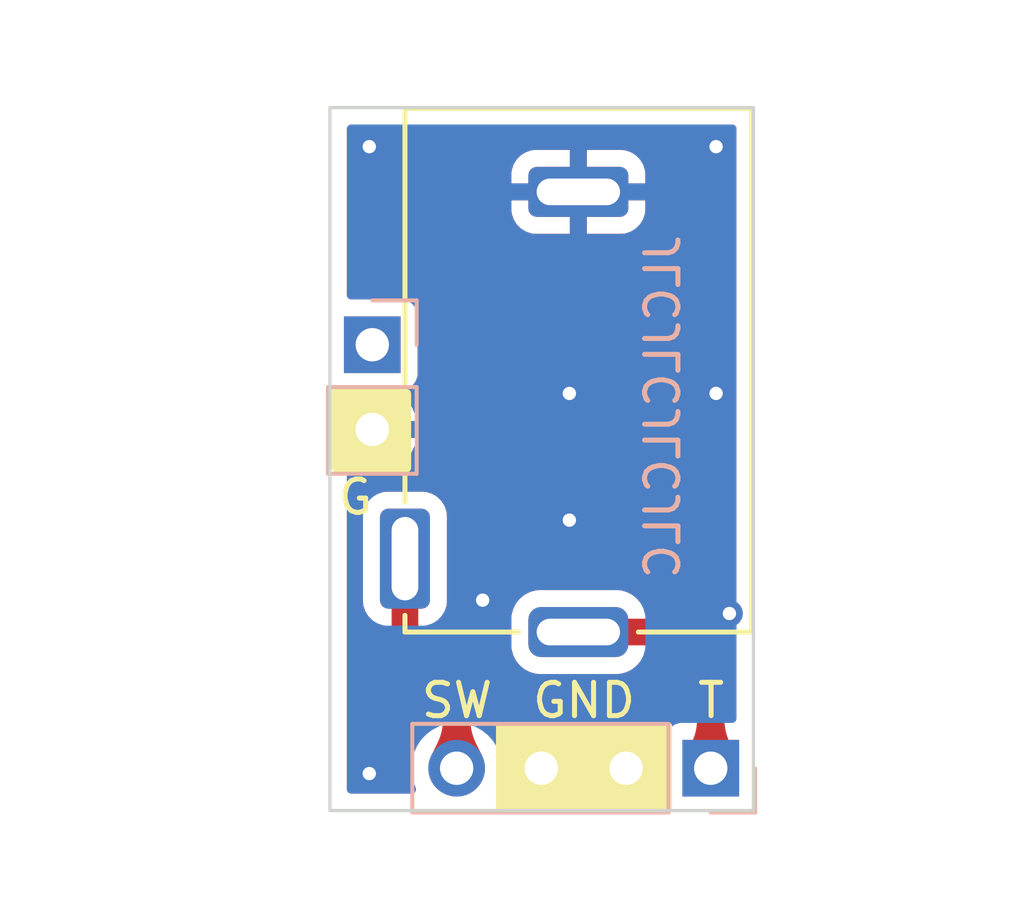
<source format=kicad_pcb>
(kicad_pcb (version 20221018) (generator pcbnew)
  (layers (0 "F.Cu" signal) (31 "B.Cu" signal) (34 "B.Paste" user) (35 "F.Paste" user) (36 "B.SilkS" user "B.Silkscreen") (37 "F.SilkS" user "F.Silkscreen") (38 "B.Mask" user) (39 "F.Mask" user) (44 "Edge.Cuts" user))
  (net 0 "")
  (net 1 "GND")
  (net 2 "/sw")
  (net 3 "Net-(J1-Pad3)")
  (footprint "Akiyuki_Footprint:PJ302M" (layer "F.Cu") (at 116.6695 46.256 -90)
    (fp_text reference "J1" hide)
    (fp_text value "PJ302M")
    (fp_line (start 0 -5.2) (end 0 5.2) (stroke (width 0.15)) (layer "F.SilkS"))
    (fp_line (start 0 5.2) (end 11.8 5.2) (stroke (width 0.15)) (layer "F.SilkS"))
    (fp_line (start 15.2 5.2) (end 15.7 5.2) (stroke (width 0.15)) (layer "F.SilkS"))
    (fp_line (start 15.7 -5.2) (end 0 -5.2) (stroke (width 0.15)) (layer "F.SilkS"))
    (fp_line (start 15.7 -1.8) (end 15.7 -5.2) (stroke (width 0.15)) (layer "F.SilkS"))
    (fp_line (start 15.7 5.2) (end 15.7 1.8) (stroke (width 0.15)) (layer "F.SilkS"))
    (pad "1" thru_hole roundrect (at 2.5 0 270) (size 1.5 3) (drill oval 0.8 2.5) (layers "*.Cu" "*.Mask") (roundrect_rratio 0.167) (net 1 "GND"))
    (pad "2" thru_hole roundrect (at 13.5 5.2) (size 1.5 3) (drill oval 0.8 2.5) (layers "*.Cu" "*.Mask") (roundrect_rratio 0.167) (net 2 "/sw"))
    (pad "3" thru_hole roundrect (at 15.7 0 270) (size 1.5 3) (drill oval 0.8 2.5) (layers "*.Cu" "*.Mask") (net 3 "Net-(J1-Pad3)"))
  )
  (footprint "Connector_PinHeader_2.54mm:PinHeader_1x02_P2.54mm_Vertical" (layer "B.Cu") (at 110.49 53.34 180)
    (fp_text reference "J3" hide)
    (fp_text value "Conn_01x02")
    (fp_line (start -1.33 -3.87) (end 1.33 -3.87) (stroke (width 0.12)) (layer "B.SilkS"))
    (fp_line (start -1.33 -1.27) (end -1.33 -3.87) (stroke (width 0.12)) (layer "B.SilkS"))
    (fp_line (start -1.33 -1.27) (end 1.33 -1.27) (stroke (width 0.12)) (layer "B.SilkS"))
    (fp_line (start -1.33 0) (end -1.33 1.33) (stroke (width 0.12)) (layer "B.SilkS"))
    (fp_line (start -1.33 1.33) (end 0 1.33) (stroke (width 0.12)) (layer "B.SilkS"))
    (fp_line (start 1.33 -1.27) (end 1.33 -3.87) (stroke (width 0.12)) (layer "B.SilkS"))
    (pad "1" thru_hole rect (at 0 0 180) (size 1.7 1.7) (drill 1) (layers "*.Cu" "*.Mask"))
    (pad "2" thru_hole oval (at 0 -2.54 180) (size 1.7 1.7) (drill 1) (layers "*.Cu" "*.Mask") (net 1 "GND"))
  )
  (footprint "Connector_PinHeader_2.54mm:PinHeader_1x04_P2.54mm_Vertical" (layer "B.Cu") (at 120.64 66.04 90)
    (fp_text reference "J2" hide)
    (fp_text value "Conn_01x04")
    (fp_line (start -1.33 -8.95) (end 1.33 -8.95) (stroke (width 0.12)) (layer "B.SilkS"))
    (fp_line (start -1.33 -1.27) (end -1.33 -8.95) (stroke (width 0.12)) (layer "B.SilkS"))
    (fp_line (start -1.33 -1.27) (end 1.33 -1.27) (stroke (width 0.12)) (layer "B.SilkS"))
    (fp_line (start -1.33 0) (end -1.33 1.33) (stroke (width 0.12)) (layer "B.SilkS"))
    (fp_line (start -1.33 1.33) (end 0 1.33) (stroke (width 0.12)) (layer "B.SilkS"))
    (fp_line (start 1.33 -1.27) (end 1.33 -8.95) (stroke (width 0.12)) (layer "B.SilkS"))
    (pad "1" thru_hole rect (at 0 0 90) (size 1.7 1.7) (drill 1) (layers "*.Cu" "*.Mask") (net 3 "Net-(J1-Pad3)"))
    (pad "2" thru_hole oval (at 0 -2.54 90) (size 1.7 1.7) (drill 1) (layers "*.Cu" "*.Mask") (net 1 "GND"))
    (pad "3" thru_hole oval (at 0 -5.08 90) (size 1.7 1.7) (drill 1) (layers "*.Cu" "*.Mask") (net 1 "GND"))
    (pad "4" thru_hole oval (at 0 -7.62 90) (size 1.7 1.7) (drill 1) (layers "*.Cu" "*.Mask") (net 2 "/sw"))
  )
  (gr_rect (start 109.4232 54.8132) (end 111.506 57.023) (stroke (width 0.3)) (fill solid) (layer "F.SilkS"))
  (gr_rect (start 114.3 64.77) (end 119.38 67.31) (stroke (width 0.2)) (fill solid) (layer "F.SilkS"))
  (gr_rect (start 109.22 46.228) (end 121.92 67.31) (stroke (width 0.1)) (fill none) (layer "Edge.Cuts"))
  (gr_text "JLCJLCJLCJLC" (at 119.2 55.2 90) (layer "B.SilkS") (effects (font (size 1 1)) (justify mirror)))
  (gr_text "SW" (at 113.03 64.008) (layer "F.SilkS") (effects (font (size 1 1))))
  (gr_text "G" (at 109.982 57.912) (layer "F.SilkS") (effects (font (size 1 1))))
  (gr_text "GND" (at 116.84 64.008) (layer "F.SilkS") (effects (font (size 1 1))))
  (gr_text "T" (at 120.65 64.008) (layer "F.SilkS") (effects (font (size 1 1))))
  (via (at 121.2 61.4) (size 0.8) (drill 0.4) (layers "F.Cu" "B.Cu") (net 1))
  (via (at 116.4 54.8) (size 0.8) (drill 0.4) (layers "F.Cu" "B.Cu") (net 1))
  (via (at 120.8 47.4) (size 0.8) (drill 0.4) (layers "F.Cu" "B.Cu") (net 1))
  (via (at 110.4 66.2) (size 0.8) (drill 0.4) (layers "F.Cu" "B.Cu") (net 1))
  (via (at 113.8 61) (size 0.8) (drill 0.4) (layers "F.Cu" "B.Cu") (net 1))
  (via (at 116.4 58.6) (size 0.8) (drill 0.4) (layers "F.Cu" "B.Cu") (net 1))
  (via (at 120.8 54.8) (size 0.8) (drill 0.4) (layers "F.Cu" "B.Cu") (net 1))
  (via (at 110.4 47.4) (size 0.8) (drill 0.4) (layers "F.Cu" "B.Cu") (net 1))
  (segment (start 113.02 63.82) (end 111.4695 62.2695) (width 0.8) (layer "F.Cu") (net 2))
  (segment (start 111.4695 62.2695) (end 111.4695 59.756) (width 0.8) (layer "F.Cu") (net 2))
  (segment (start 113.02 66.04) (end 113.02 63.82) (width 0.8) (layer "F.Cu") (net 2))
  (segment (start 119.356 61.956) (end 120.64 63.24) (width 0.8) (layer "F.Cu") (net 3))
  (segment (start 116.6695 61.956) (end 119.356 61.956) (width 0.8) (layer "F.Cu") (net 3))
  (segment (start 120.64 63.24) (end 120.64 66.04) (width 0.8) (layer "F.Cu") (net 3))
  (zone (net 2) (net_name "/sw") (layer "F.Cu") (priority 16962) (connect_pads yes (clearance 0)) (min_thickness 0.0254) (fill yes (thermal_gap 0.508) (thermal_bridge_width 0.508))
    (polygon (pts (xy 112.62 64.35) (xy 112.616314 64.539793) (xy 112.605273 64.702112) (xy 112.586901 64.842441) (xy 112.56122 64.966261) (xy 112.528256 65.079054) (xy 112.488031 65.186303) (xy 112.440569 65.293489) (xy 112.385894 65.406095) (xy 112.32403 65.529602) (xy 112.255 65.669494) (xy 113.02 66.465) (xy 113.785 65.669494) (xy 113.715969 65.529602) (xy 113.654105 65.406095) (xy 113.59943 65.293489) (xy 113.551968 65.186303) (xy 113.511743 65.079054) (xy 113.478779 64.966261) (xy 113.453098 64.842441) (xy 113.434726 64.702112) (xy 113.423685 64.539793) (xy 113.42 64.35)))
  )
  (zone (net 3) (net_name "Net-(J1-Pad3)") (layer "F.Cu") (priority 16962) (connect_pads yes (clearance 0)) (min_thickness 0.0254) (fill yes (thermal_gap 0.508) (thermal_bridge_width 0.508))
    (polygon (pts (xy 120.24 64.35) (xy 120.236314 64.539793) (xy 120.225273 64.702112) (xy 120.206901 64.842441) (xy 120.18122 64.966261) (xy 120.148256 65.079054) (xy 120.108031 65.186303) (xy 120.060569 65.293489) (xy 120.005894 65.406095) (xy 119.94403 65.529602) (xy 119.875 65.669494) (xy 120.64 66.465) (xy 121.405 65.669494) (xy 121.335969 65.529602) (xy 121.274105 65.406095) (xy 121.21943 65.293489) (xy 121.171968 65.186303) (xy 121.131743 65.079054) (xy 121.098779 64.966261) (xy 121.073098 64.842441) (xy 121.054726 64.702112) (xy 121.043685 64.539793) (xy 121.04 64.35)))
  )
  (zone (net 3) (net_name "Net-(J1-Pad3)") (layer "F.Cu") (priority 16962) (connect_pads yes (clearance 0)) (min_thickness 0.0254) (fill yes (thermal_gap 0.508) (thermal_bridge_width 0.508))
    (polygon (pts (xy 118.1595 61.556) (xy 117.993132 61.553825) (xy 117.849637 61.547047) (xy 117.724609 61.53528) (xy 117.613642 61.518142) (xy 117.512331 61.495247) (xy 117.416271 61.466213) (xy 117.321055 61.430655) (xy 117.222277 61.388189) (xy 117.115533 61.338432) (xy 116.996417 61.281) (xy 116.2945 61.956) (xy 116.996417 62.631) (xy 117.115533 62.573567) (xy 117.222277 62.52381) (xy 117.321055 62.481344) (xy 117.416271 62.445786) (xy 117.512331 62.416752) (xy 117.613642 62.393857) (xy 117.724609 62.376719) (xy 117.849637 62.364952) (xy 117.993132 62.358174) (xy 118.1595 62.356)))
  )
  (zone (net 2) (net_name "/sw") (layer "F.Cu") (priority 16962) (connect_pads yes (clearance 0)) (min_thickness 0.0254) (fill yes (thermal_gap 0.508) (thermal_bridge_width 0.508))
    (polygon (pts (xy 111.8695 61.246) (xy 111.871674 61.079632) (xy 111.878452 60.936137) (xy 111.890219 60.811109) (xy 111.907357 60.700142) (xy 111.930252 60.598831) (xy 111.959286 60.502771) (xy 111.994844 60.407555) (xy 112.03731 60.308777) (xy 112.087067 60.202033) (xy 112.1445 60.082917) (xy 111.4695 59.381) (xy 110.7945 60.082917) (xy 110.851932 60.202033) (xy 110.901689 60.308777) (xy 110.944155 60.407555) (xy 110.979713 60.502771) (xy 111.008747 60.598831) (xy 111.031642 60.700142) (xy 111.04878 60.811109) (xy 111.060547 60.936137) (xy 111.067325 61.079632) (xy 111.0695 61.246)))
  )
  (zone (net 1) (net_name "GND") (layers "F&B.Cu") (connect_pads (clearance 0.508)) (min_thickness 0.254) (fill yes (thermal_gap 0.508) (thermal_bridge_width 0.508))
    (polygon (pts (xy 124.46 68.58) (xy 106.68 68.58) (xy 106.68 45.72) (xy 124.46 45.72)))
  )
)
</source>
